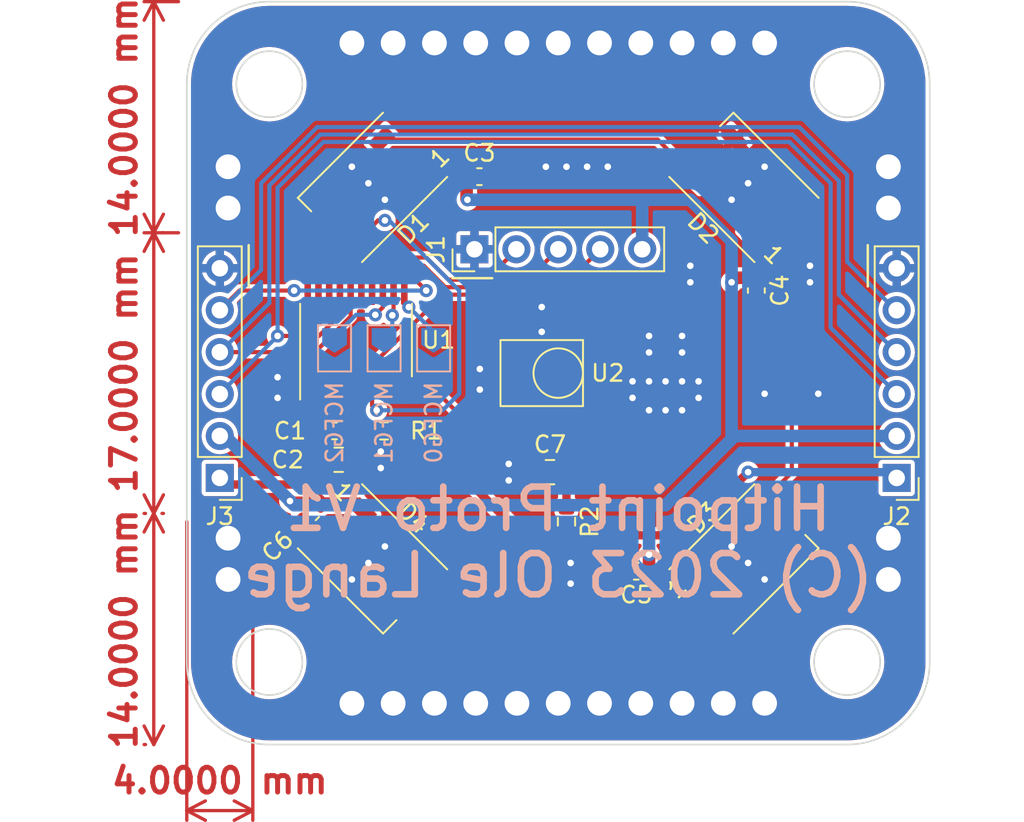
<source format=kicad_pcb>
(kicad_pcb (version 20211014) (generator pcbnew)
  (title_block (title "Skirmish Hitpoint") (date "2023-01-28") (rev "Proto V1") (comment 1 "(C) 2023 - Ole Lange"))
  (layers (0 "F.Cu" signal) (31 "B.Cu" signal) (34 "B.Paste" user) (35 "F.Paste" user) (36 "B.SilkS" user "B.Silkscreen") (37 "F.SilkS" user "F.Silkscreen") (38 "B.Mask" user) (39 "F.Mask" user) (44 "Edge.Cuts" user))
  (net 0 "")
  (net 1 "+3V3")
  (net 2 "GND")
  (net 3 "+5V")
  (net 4 "Net-(D1-Pad2)")
  (net 5 "LED_DIN")
  (net 6 "Net-(D2-Pad2)")
  (net 7 "Net-(D3-Pad2)")
  (net 9 "SWCLK")
  (net 10 "SWDIO")
  (net 11 "NRST")
  (net 12 "I2C_SDA")
  (net 13 "I2C_SCL")
  (net 14 "MCFG0")
  (net 15 "MCFG1")
  (net 16 "MCFG2")
  (net 22 "IR_DATA")
  (net 25 "I2C_IRQ")
  (net 26 "Net-(C7-Pad2)")
  (footprint "Resistor_SMD:R_0603_1608Metric" (layer "F.Cu") (at 126.95 91 180)
    (fp_text reference "R1" (at -2.55 0) (layer "F.SilkS"))
    (fp_text value "10kΩ")
    (fp_line (start -0.237258 -0.5225) (end 0.237258 -0.5225) (layer "F.SilkS") (width 0.12))
    (fp_line (start -0.237258 0.5225) (end 0.237258 0.5225) (layer "F.SilkS") (width 0.12))
    (pad "1" smd roundrect (at -0.825 0 180) (size 0.8 0.95) (layers "F.Cu" "F.Paste" "F.Mask") (net 1 "+3V3"))
    (pad "2" smd roundrect (at 0.825 0 180) (size 0.8 0.95) (layers "F.Cu" "F.Paste" "F.Mask") (net 11 "NRST"))
  )
  (footprint "Resistor_SMD:R_0603_1608Metric" (layer "F.Cu") (at 138 96.5 -90)
    (fp_text reference "R2" (at 0 -1.4125 90) (layer "F.SilkS"))
    (fp_text value "100Ω")
    (fp_line (start -0.237258 0.5225) (end 0.237258 0.5225) (layer "F.SilkS") (width 0.12))
    (fp_line (start -0.237258 -0.5225) (end 0.237258 -0.5225) (layer "F.SilkS") (width 0.12))
    (pad "1" smd roundrect (at -0.825 0 270) (size 0.8 0.95) (layers "F.Cu" "F.Paste" "F.Mask") (net 26 "Net-(C7-Pad2)"))
    (pad "2" smd roundrect (at 0.825 0 270) (size 0.8 0.95) (layers "F.Cu" "F.Paste" "F.Mask") (net 1 "+3V3"))
  )
  (footprint "Capacitor_SMD:C_0603_1608Metric" (layer "F.Cu") (at 132.725 75.6)
    (fp_text reference "C3" (at 0 -1.43) (layer "F.SilkS"))
    (fp_text value "100nF")
    (fp_line (start -0.14058 0.51) (end 0.14058 0.51) (layer "F.SilkS") (width 0.12))
    (fp_line (start -0.14058 -0.51) (end 0.14058 -0.51) (layer "F.SilkS") (width 0.12))
    (pad "1" smd roundrect (at -0.775 0) (size 0.9 0.95) (layers "F.Cu" "F.Paste" "F.Mask") (net 3 "+5V"))
    (pad "2" smd roundrect (at 0.775 0) (size 0.9 0.95) (layers "F.Cu" "F.Paste" "F.Mask") (net 2 "GND"))
  )
  (footprint "Connector_PinHeader_2.54mm:PinHeader_1x06_P2.54mm_Vertical" (layer "F.Cu") (at 117 93.85 180)
    (fp_text reference "J3" (at 0 -2.33) (layer "F.SilkS"))
    (fp_text value "Conn_01x06_Female")
    (fp_line (start 1.33 1.27) (end 1.33 14.03) (layer "F.SilkS") (width 0.12))
    (fp_line (start -1.33 14.03) (end 1.33 14.03) (layer "F.SilkS") (width 0.12))
    (fp_line (start -1.33 -1.33) (end 0 -1.33) (layer "F.SilkS") (width 0.12))
    (fp_line (start -1.33 1.27) (end -1.33 14.03) (layer "F.SilkS") (width 0.12))
    (fp_line (start -1.33 0) (end -1.33 -1.33) (layer "F.SilkS") (width 0.12))
    (fp_line (start -1.33 1.27) (end 1.33 1.27) (layer "F.SilkS") (width 0.12))
    (pad "1" thru_hole rect (at 0 0 180) (size 1.7 1.7) (drill 1) (layers *.Cu *.Mask) (net 1 "+3V3"))
    (pad "2" thru_hole oval (at 0 2.54 180) (size 1.7 1.7) (drill 1) (layers *.Cu *.Mask) (net 3 "+5V"))
    (pad "3" thru_hole oval (at 0 5.08 180) (size 1.7 1.7) (drill 1) (layers *.Cu *.Mask) (net 12 "I2C_SDA"))
    (pad "4" thru_hole oval (at 0 7.62 180) (size 1.7 1.7) (drill 1) (layers *.Cu *.Mask) (net 13 "I2C_SCL"))
    (pad "5" thru_hole oval (at 0 10.16 180) (size 1.7 1.7) (drill 1) (layers *.Cu *.Mask) (net 25 "I2C_IRQ"))
    (pad "6" thru_hole oval (at 0 12.7 180) (size 1.7 1.7) (drill 1) (layers *.Cu *.Mask) (net 2 "GND"))
  )
  (footprint "Capacitor_SMD:C_0603_1608Metric" (layer "F.Cu") (at 142.225 99.5 180)
    (fp_text reference "C5" (at 0 -1.43) (layer "F.SilkS"))
    (fp_text value "100nF")
    (fp_line (start -0.14058 -0.51) (end 0.14058 -0.51) (layer "F.SilkS") (width 0.12))
    (fp_line (start -0.14058 0.51) (end 0.14058 0.51) (layer "F.SilkS") (width 0.12))
    (pad "1" smd roundrect (at -0.775 0 180) (size 0.9 0.95) (layers "F.Cu" "F.Paste" "F.Mask") (net 3 "+5V"))
    (pad "2" smd roundrect (at 0.775 0 180) (size 0.9 0.95) (layers "F.Cu" "F.Paste" "F.Mask") (net 2 "GND"))
  )
  (footprint "Capacitor_SMD:C_0603_1608Metric" (layer "F.Cu") (at 122.548008 95.951992 -135)
    (fp_text reference "C6" (at 2.896321 0 45) (layer "F.SilkS"))
    (fp_text value "100nF")
    (fp_line (start -0.14058 0.51) (end 0.14058 0.51) (layer "F.SilkS") (width 0.12))
    (fp_line (start -0.14058 -0.51) (end 0.14058 -0.51) (layer "F.SilkS") (width 0.12))
    (pad "1" smd roundrect (at -0.775 0 225) (size 0.9 0.95) (layers "F.Cu" "F.Paste" "F.Mask") (net 3 "+5V"))
    (pad "2" smd roundrect (at 0.775 0 225) (size 0.9 0.95) (layers "F.Cu" "F.Paste" "F.Mask") (net 2 "GND"))
  )
  (footprint "LED_SMD:LED_WS2812B_PLCC4_5.0x5.0mm_P3.2mm" (layer "F.Cu") (at 148.75 76.25 135)
    (fp_text reference "D2" (at 0 -3.5 135) (layer "F.SilkS"))
    (fp_text value "WS2812B")
    (fp_text user "1" (at -4.15 -1.6 135) (layer "F.SilkS"))
    (fp_line (start -3.65 2.75) (end 3.65 2.75) (layer "F.SilkS") (width 0.12))
    (fp_line (start -3.65 -2.75) (end 3.65 -2.75) (layer "F.SilkS") (width 0.12))
    (fp_line (start 3.65 2.75) (end 3.65 1.6) (layer "F.SilkS") (width 0.12))
    (pad "1" smd rect (at -2.45 -1.65 135) (size 1.5 0.9) (layers "F.Cu" "F.Paste" "F.Mask") (net 3 "+5V"))
    (pad "2" smd rect (at -2.45 1.65 135) (size 1.5 0.9) (layers "F.Cu" "F.Paste" "F.Mask") (net 6 "Net-(D2-Pad2)"))
    (pad "3" smd rect (at 2.45 1.65 135) (size 1.5 0.9) (layers "F.Cu" "F.Paste" "F.Mask") (net 2 "GND"))
    (pad "4" smd rect (at 2.45 -1.65 135) (size 1.5 0.9) (layers "F.Cu" "F.Paste" "F.Mask") (net 4 "Net-(D1-Pad2)"))
  )
  (footprint "Capacitor_SMD:C_0603_1608Metric" (layer "F.Cu") (at 149.5 82.5 -90)
    (fp_text reference "C4" (at 0 -1.43 90) (layer "F.SilkS"))
    (fp_text value "100nF")
    (fp_line (start -0.14058 -0.51) (end 0.14058 -0.51) (layer "F.SilkS") (width 0.12))
    (fp_line (start -0.14058 0.51) (end 0.14058 0.51) (layer "F.SilkS") (width 0.12))
    (pad "1" smd roundrect (at -0.775 0 270) (size 0.9 0.95) (layers "F.Cu" "F.Paste" "F.Mask") (net 3 "+5V"))
    (pad "2" smd roundrect (at 0.775 0 270) (size 0.9 0.95) (layers "F.Cu" "F.Paste" "F.Mask") (net 2 "GND"))
  )
  (footprint "Capacitor_SMD:C_0805_2012Metric" (layer "F.Cu") (at 124.2 92.75)
    (fp_text reference "C2" (at -3.086396 0) (layer "F.SilkS"))
    (fp_text value "10uF")
    (fp_line (start -0.261252 -0.735) (end 0.261252 -0.735) (layer "F.SilkS") (width 0.12))
    (fp_line (start -0.261252 0.735) (end 0.261252 0.735) (layer "F.SilkS") (width 0.12))
    (pad "1" smd roundrect (at -0.95 0) (size 1 1.45) (layers "F.Cu" "F.Paste" "F.Mask") (net 1 "+3V3"))
    (pad "2" smd roundrect (at 0.95 0) (size 1 1.45) (layers "F.Cu" "F.Paste" "F.Mask") (net 2 "GND"))
  )
  (footprint "Capacitor_SMD:C_0603_1608Metric" (layer "F.Cu") (at 123.95 91)
    (fp_text reference "C1" (at -2.7 0) (layer "F.SilkS"))
    (fp_text value "100nF")
    (fp_line (start -0.14058 0.51) (end 0.14058 0.51) (layer "F.SilkS") (width 0.12))
    (fp_line (start -0.14058 -0.51) (end 0.14058 -0.51) (layer "F.SilkS") (width 0.12))
    (pad "1" smd roundrect (at -0.775 0) (size 0.9 0.95) (layers "F.Cu" "F.Paste" "F.Mask") (net 1 "+3V3"))
    (pad "2" smd roundrect (at 0.775 0) (size 0.9 0.95) (layers "F.Cu" "F.Paste" "F.Mask") (net 2 "GND"))
  )
  (footprint "Package_SO:TSSOP-20_4.4x6.5mm_P0.65mm" (layer "F.Cu") (at 125.25 85.5 90)
    (fp_text reference "U1" (at 0 5) (layer "F.SilkS"))
    (fp_text value "STM32G030Fx")
    (fp_line (start 0 3.385) (end 2.2 3.385) (layer "F.SilkS") (width 0.12))
    (fp_line (start 0 -3.385) (end 2.2 -3.385) (layer "F.SilkS") (width 0.12))
    (fp_line (start 0 -3.385) (end -3.6 -3.385) (layer "F.SilkS") (width 0.12))
    (fp_line (start 0 3.385) (end -2.2 3.385) (layer "F.SilkS") (width 0.12))
    (pad "1" smd roundrect (at -2.8625 -2.925 90) (size 1.475 0.4) (layers "F.Cu" "F.Paste" "F.Mask"))
    (pad "2" smd roundrect (at -2.8625 -2.275 90) (size 1.475 0.4) (layers "F.Cu" "F.Paste" "F.Mask"))
    (pad "3" smd roundrect (at -2.8625 -1.625 90) (size 1.475 0.4) (layers "F.Cu" "F.Paste" "F.Mask"))
    (pad "4" smd roundrect (at -2.8625 -0.975 90) (size 1.475 0.4) (layers "F.Cu" "F.Paste" "F.Mask") (net 1 "+3V3"))
    (pad "5" smd roundrect (at -2.8625 -0.325 90) (size 1.475 0.4) (layers "F.Cu" "F.Paste" "F.Mask") (net 2 "GND"))
    (pad "6" smd roundrect (at -2.8625 0.325 90) (size 1.475 0.4) (layers "F.Cu" "F.Paste" "F.Mask") (net 11 "NRST"))
    (pad "7" smd roundrect (at -2.8625 0.975 90) (size 1.475 0.4) (layers "F.Cu" "F.Paste" "F.Mask") (net 5 "LED_DIN"))
    (pad "8" smd roundrect (at -2.8625 1.625 90) (size 1.475 0.4) (layers "F.Cu" "F.Paste" "F.Mask"))
    (pad "9" smd roundrect (at -2.8625 2.275 90) (size 1.475 0.4) (layers "F.Cu" "F.Paste" "F.Mask"))
    (pad "10" smd roundrect (at -2.8625 2.925 90) (size 1.475 0.4) (layers "F.Cu" "F.Paste" "F.Mask") (net 22 "IR_DATA"))
    (pad "11" smd roundrect (at 2.8625 2.925 90) (size 1.475 0.4) (layers "F.Cu" "F.Paste" "F.Mask") (net 14 "MCFG0"))
    (pad "12" smd roundrect (at 2.8625 2.275 90) (size 1.475 0.4) (layers "F.Cu" "F.Paste" "F.Mask") (net 15 "MCFG1"))
    (pad "13" smd roundrect (at 2.8625 1.625 90) (size 1.475 0.4) (layers "F.Cu" "F.Paste" "F.Mask") (net 16 "MCFG2"))
    (pad "14" smd roundrect (at 2.8625 0.975 90) (size 1.475 0.4) (layers "F.Cu" "F.Paste" "F.Mask") (net 25 "I2C_IRQ"))
    (pad "15" smd roundrect (at 2.8625 0.325 90) (size 1.475 0.4) (layers "F.Cu" "F.Paste" "F.Mask"))
    (pad "16" smd roundrect (at 2.8625 -0.325 90) (size 1.475 0.4) (layers "F.Cu" "F.Paste" "F.Mask") (net 13 "I2C_SCL"))
    (pad "17" smd roundrect (at 2.8625 -0.975 90) (size 1.475 0.4) (layers "F.Cu" "F.Paste" "F.Mask") (net 12 "I2C_SDA"))
    (pad "18" smd roundrect (at 2.8625 -1.625 90) (size 1.475 0.4) (layers "F.Cu" "F.Paste" "F.Mask") (net 10 "SWDIO"))
    (pad "19" smd roundrect (at 2.8625 -2.275 90) (size 1.475 0.4) (layers "F.Cu" "F.Paste" "F.Mask") (net 9 "SWCLK"))
    (pad "20" smd roundrect (at 2.8625 -2.925 90) (size 1.475 0.4) (layers "F.Cu" "F.Paste" "F.Mask"))
  )
  (footprint "LED_SMD:LED_WS2812B_PLCC4_5.0x5.0mm_P3.2mm" (layer "F.Cu") (at 148.75 98.75 45)
    (fp_text reference "D3" (at 0 -3.5 45) (layer "F.SilkS"))
    (fp_text value "WS2812B")
    (fp_text user "1" (at -4.15 -1.6 45) (layer "F.SilkS"))
    (fp_line (start -3.65 -2.75) (end 3.65 -2.75) (layer "F.SilkS") (width 0.12))
    (fp_line (start -3.65 2.75) (end 3.65 2.75) (layer "F.SilkS") (width 0.12))
    (fp_line (start 3.65 2.75) (end 3.65 1.6) (layer "F.SilkS") (width 0.12))
    (pad "1" smd rect (at -2.45 -1.65 45) (size 1.5 0.9) (layers "F.Cu" "F.Paste" "F.Mask") (net 3 "+5V"))
    (pad "2" smd rect (at -2.45 1.65 45) (size 1.5 0.9) (layers "F.Cu" "F.Paste" "F.Mask") (net 7 "Net-(D3-Pad2)"))
    (pad "3" smd rect (at 2.45 1.65 45) (size 1.5 0.9) (layers "F.Cu" "F.Paste" "F.Mask") (net 2 "GND"))
    (pad "4" smd rect (at 2.45 -1.65 45) (size 1.5 0.9) (layers "F.Cu" "F.Paste" "F.Mask") (net 6 "Net-(D2-Pad2)"))
  )
  (footprint "olelib:IRM-H6XXT" (layer "F.Cu") (at 136.5 87.5)
    (fp_text reference "U2" (at 4 0 unlocked) (layer "F.SilkS"))
    (fp_text value "IRM-H6XXT")
    (fp_rect (start 2.5 -2) (end -2.5 2) (layer "F.SilkS") (width 0.12) (fill none))
    (fp_circle (center 1 0) (end 2.5 0) (layer "F.SilkS") (width 0.12) (fill none))
    (pad "1" smd roundrect (at 1.27 -3 90) (size 2.25 0.75) (layers "F.Cu" "F.Paste" "F.Mask") (net 2 "GND"))
    (pad "2" smd roundrect (at -1.27 -3 90) (size 2.25 0.75) (layers "F.Cu" "F.Paste" "F.Mask") (net 2 "GND"))
    (pad "3" smd roundrect (at -1.27 3 90) (size 2.25 0.75) (layers "F.Cu" "F.Paste" "F.Mask") (net 22 "IR_DATA"))
    (pad "4" smd roundrect (at 1.27 3 90) (size 2.25 0.75) (layers "F.Cu" "F.Paste" "F.Mask") (net 26 "Net-(C7-Pad2)"))
  )
  (footprint "Connector_PinHeader_2.54mm:PinHeader_1x05_P2.54mm_Vertical" (layer "F.Cu") (at 132.425 80 90)
    (fp_text reference "J1" (at 0 -2.33 90) (layer "F.SilkS"))
    (fp_text value "Conn_01x05_Male")
    (fp_line (start -1.33 1.27) (end -1.33 11.49) (layer "F.SilkS") (width 0.12))
    (fp_line (start 1.33 1.27) (end 1.33 11.49) (layer "F.SilkS") (width 0.12))
    (fp_line (start -1.33 -1.33) (end 0 -1.33) (layer "F.SilkS") (width 0.12))
    (fp_line (start -1.33 0) (end -1.33 -1.33) (layer "F.SilkS") (width 0.12))
    (fp_line (start -1.33 11.49) (end 1.33 11.49) (layer "F.SilkS") (width 0.12))
    (fp_line (start -1.33 1.27) (end 1.33 1.27) (layer "F.SilkS") (width 0.12))
    (pad "1" thru_hole rect (at 0 0 90) (size 1.7 1.7) (drill 1) (layers *.Cu *.Mask) (net 2 "GND"))
    (pad "2" thru_hole oval (at 0 2.54 90) (size 1.7 1.7) (drill 1) (layers *.Cu *.Mask) (net 9 "SWCLK"))
    (pad "3" thru_hole oval (at 0 5.08 90) (size 1.7 1.7) (drill 1) (layers *.Cu *.Mask) (net 10 "SWDIO"))
    (pad "4" thru_hole oval (at 0 7.62 90) (size 1.7 1.7) (drill 1) (layers *.Cu *.Mask) (net 11 "NRST"))
    (pad "5" thru_hole oval (at 0 10.16 90) (size 1.7 1.7) (drill 1) (layers *.Cu *.Mask) (net 3 "+5V"))
  )
  (footprint "Capacitor_SMD:C_0805_2012Metric" (layer "F.Cu") (at 137 93.5)
    (fp_text reference "C7" (at 0 -1.68) (layer "F.SilkS"))
    (fp_text value "10uF")
    (fp_line (start -0.261252 -0.735) (end 0.261252 -0.735) (layer "F.SilkS") (width 0.12))
    (fp_line (start -0.261252 0.735) (end 0.261252 0.735) (layer "F.SilkS") (width 0.12))
    (pad "1" smd roundrect (at -0.95 0) (size 1 1.45) (layers "F.Cu" "F.Paste" "F.Mask") (net 2 "GND"))
    (pad "2" smd roundrect (at 0.95 0) (size 1 1.45) (layers "F.Cu" "F.Paste" "F.Mask") (net 26 "Net-(C7-Pad2)"))
  )
  (footprint "LED_SMD:LED_WS2812B_PLCC4_5.0x5.0mm_P3.2mm" (layer "F.Cu") (at 126.25 76.25 -135)
    (fp_text reference "D1" (at 0 -3.5 45) (layer "F.SilkS"))
    (fp_text value "WS2812B")
    (fp_text user "1" (at -4.15 -1.6 45) (layer "F.SilkS"))
    (fp_line (start -3.65 -2.75) (end 3.65 -2.75) (layer "F.SilkS") (width 0.12))
    (fp_line (start 3.65 2.75) (end 3.65 1.6) (layer "F.SilkS") (width 0.12))
    (fp_line (start -3.65 2.75) (end 3.65 2.75) (layer "F.SilkS") (width 0.12))
    (pad "1" smd rect (at -2.45 -1.65 225) (size 1.5 0.9) (layers "F.Cu" "F.Paste" "F.Mask") (net 3 "+5V"))
    (pad "2" smd rect (at -2.45 1.65 225) (size 1.5 0.9) (layers "F.Cu" "F.Paste" "F.Mask") (net 4 "Net-(D1-Pad2)"))
    (pad "3" smd rect (at 2.45 1.65 225) (size 1.5 0.9) (layers "F.Cu" "F.Paste" "F.Mask") (net 2 "GND"))
    (pad "4" smd rect (at 2.45 -1.65 225) (size 1.5 0.9) (layers "F.Cu" "F.Paste" "F.Mask") (net 5 "LED_DIN"))
  )
  (footprint "Connector_PinHeader_2.54mm:PinHeader_1x06_P2.54mm_Vertical" (layer "F.Cu") (at 158 93.85 180)
    (fp_text reference "J2" (at 0 -2.33 180) (layer "F.SilkS"))
    (fp_text value "Conn_01x06_Female")
    (fp_line (start 1.33 1.27) (end 1.33 14.03) (layer "F.SilkS") (width 0.12))
    (fp_line (start -1.33 0) (end -1.33 -1.33) (layer "F.SilkS") (width 0.12))
    (fp_line (start -1.33 14.03) (end 1.33 14.03) (layer "F.SilkS") (width 0.12))
    (fp_line (start -1.33 1.27) (end 1.33 1.27) (layer "F.SilkS") (width 0.12))
    (fp_line (start -1.33 -1.33) (end 0 -1.33) (layer "F.SilkS") (width 0.12))
    (fp_line (start -1.33 1.27) (end -1.33 14.03) (layer "F.SilkS") (width 0.12))
    (pad "1" thru_hole rect (at 0 0 180) (size 1.7 1.7) (drill 1) (layers *.Cu *.Mask) (net 1 "+3V3"))
    (pad "2" thru_hole oval (at 0 2.54 180) (size 1.7 1.7) (drill 1) (layers *.Cu *.Mask) (net 3 "+5V"))
    (pad "3" thru_hole oval (at 0 5.08 180) (size 1.7 1.7) (drill 1) (layers *.Cu *.Mask) (net 12 "I2C_SDA"))
    (pad "4" thru_hole oval (at 0 7.62 180) (size 1.7 1.7) (drill 1) (layers *.Cu *.Mask) (net 13 "I2C_SCL"))
    (pad "5" thru_hole oval (at 0 10.16 180) (size 1.7 1.7) (drill 1) (layers *.Cu *.Mask) (net 25 "I2C_IRQ"))
    (pad "6" thru_hole oval (at 0 12.7 180) (size 1.7 1.7) (drill 1) (layers *.Cu *.Mask) (net 2 "GND"))
  )
  (footprint "LED_SMD:LED_WS2812B_PLCC4_5.0x5.0mm_P3.2mm" (layer "F.Cu") (at 126.25 98.75 -45)
    (fp_text reference "D4" (at 0 -3.5 135) (layer "F.SilkS"))
    (fp_text value "WS2812B")
    (fp_text user "1" (at -4.15 -1.6 135) (layer "F.SilkS"))
    (fp_line (start -3.65 2.75) (end 3.65 2.75) (layer "F.SilkS") (width 0.12))
    (fp_line (start 3.65 2.75) (end 3.65 1.6) (layer "F.SilkS") (width 0.12))
    (fp_line (start -3.65 -2.75) (end 3.65 -2.75) (layer "F.SilkS") (width 0.12))
    (pad "1" smd rect (at -2.45 -1.65 315) (size 1.5 0.9) (layers "F.Cu" "F.Paste" "F.Mask") (net 3 "+5V"))
    (pad "2" smd rect (at -2.45 1.65 315) (size 1.5 0.9) (layers "F.Cu" "F.Paste" "F.Mask"))
    (pad "3" smd rect (at 2.45 1.65 315) (size 1.5 0.9) (layers "F.Cu" "F.Paste" "F.Mask") (net 2 "GND"))
    (pad "4" smd rect (at 2.45 -1.65 315) (size 1.5 0.9) (layers "F.Cu" "F.Paste" "F.Mask") (net 7 "Net-(D3-Pad2)"))
  )
  (footprint "Jumper:SolderJumper-2_P1.3mm_Open_TrianglePad1.0x1.5mm" (layer "B.Cu") (at 126.95 86 -90)
    (fp_text reference "MCFG1" (at 4.5 0 90) (layer "B.SilkS") (effects (justify mirror)))
    (fp_text value "SolderJumper_2_Open")
    (fp_line (start -1.4 1) (end 1.4 1) (layer "B.SilkS") (width 0.12))
    (fp_line (start 1.4 1) (end 1.4 -1) (layer "B.SilkS") (width 0.12))
    (fp_line (start 1.4 -1) (end -1.4 -1) (layer "B.SilkS") (width 0.12))
    (fp_line (start -1.4 -1) (end -1.4 1) (layer "B.SilkS") (width 0.12))
    (pad "1" smd custom (at -0.725 0 270) (size 0.3 0.3) (layers "B.Cu" "B.Mask") (net 15 "MCFG1") (options (clearance outline) (anchor rect)) (primitives (gr_poly (pts (xy 1 0) (xy 0.5 -0.75) (xy -0.5 -0.75) (xy -0.5 0.75) (xy 0.5 0.75)) (width 0) (fill yes))))
    (pad "2" smd custom (at 0.725 0 270) (size 0.3 0.3) (layers "B.Cu" "B.Mask") (net 2 "GND") (options (clearance outline) (anchor rect)) (primitives (gr_poly (pts (xy 0.5 -0.75) (xy -0.65 -0.75) (xy -0.15 0) (xy -0.65 0.75) (xy 0.5 0.75)) (width 0) (fill yes))))
  )
  (footprint "Jumper:SolderJumper-2_P1.3mm_Open_TrianglePad1.0x1.5mm" (layer "B.Cu") (at 123.95 86 -90)
    (fp_text reference "MCFG2" (at 4.5 0 90) (layer "B.SilkS") (effects (justify mirror)))
    (fp_text value "SolderJumper_2_Open")
    (fp_line (start -1.4 1) (end 1.4 1) (layer "B.SilkS") (width 0.12))
    (fp_line (start 1.4 -1) (end -1.4 -1) (layer "B.SilkS") (width 0.12))
    (fp_line (start -1.4 -1) (end -1.4 1) (layer "B.SilkS") (width 0.12))
    (fp_line (start 1.4 1) (end 1.4 -1) (layer "B.SilkS") (width 0.12))
    (pad "1" smd custom (at -0.725 0 270) (size 0.3 0.3) (layers "B.Cu" "B.Mask") (net 16 "MCFG2") (options (clearance outline) (anchor rect)) (primitives (gr_poly (pts (xy 1 0) (xy 0.5 -0.75) (xy -0.5 -0.75) (xy -0.5 0.75) (xy 0.5 0.75)) (width 0) (fill yes))))
    (pad "2" smd custom (at 0.725 0 270) (size 0.3 0.3) (layers "B.Cu" "B.Mask") (net 2 "GND") (options (clearance outline) (anchor rect)) (primitives (gr_poly (pts (xy 0.5 -0.75) (xy -0.65 -0.75) (xy -0.15 0) (xy -0.65 0.75) (xy 0.5 0.75)) (width 0) (fill yes))))
  )
  (footprint "Jumper:SolderJumper-2_P1.3mm_Open_TrianglePad1.0x1.5mm" (layer "B.Cu") (at 129.949999 86 -90)
    (fp_text reference "MCFG0" (at 4.5 0 90) (layer "B.SilkS") (effects (justify mirror)))
    (fp_text value "SolderJumper_2_Open")
    (fp_line (start 1.4 1) (end 1.4 -1) (layer "B.SilkS") (width 0.12))
    (fp_line (start -1.4 1) (end 1.4 1) (layer "B.SilkS") (width 0.12))
    (fp_line (start 1.4 -1) (end -1.4 -1) (layer "B.SilkS") (width 0.12))
    (fp_line (start -1.4 -1) (end -1.4 1) (layer "B.SilkS") (width 0.12))
    (pad "1" smd custom (at -0.725 0 270) (size 0.3 0.3) (layers "B.Cu" "B.Mask") (net 14 "MCFG0") (options (clearance outline) (anchor rect)) (primitives (gr_poly (pts (xy 1 0) (xy 0.5 -0.75) (xy -0.5 -0.75) (xy -0.5 0.75) (xy 0.5 0.75)) (width 0) (fill yes))))
    (pad "2" smd custom (at 0.725 0 270) (size 0.3 0.3) (layers "B.Cu" "B.Mask") (net 2 "GND") (options (clearance outline) (anchor rect)) (primitives (gr_poly (pts (xy 0.5 -0.75) (xy -0.65 -0.75) (xy -0.15 0) (xy -0.65 0.75) (xy 0.5 0.75)) (width 0) (fill yes))))
  )
  (gr_line (start 131.095 81.75) (end 133.5 81.75) (layer "F.SilkS") (width 0.15))
  (gr_line (start 156.25 79.75) (end 156.25 82.25) (layer "F.SilkS") (width 0.15))
  (gr_line (start 118.75 79.75) (end 118.75 82.25) (layer "F.SilkS") (width 0.15))
  (gr_circle (center 155 105) (end 157 105) (layer "Edge.Cuts") (width 0.1) (fill none))
  (gr_circle (center 155 70) (end 157 70) (layer "Edge.Cuts") (width 0.1) (fill none))
  (gr_line (start 155 110) (end 120 110) (layer "Edge.Cuts") (width 0.1))
  (gr_circle (center 120 105) (end 122 105) (layer "Edge.Cuts") (width 0.1) (fill none))
  (gr_circle (center 120 70) (end 122 70) (layer "Edge.Cuts") (width 0.1) (fill none))
  (gr_line (start 160 70) (end 160 105) (layer "Edge.Cuts") (width 0.1))
  (gr_line (start 120 65) (end 155 65) (layer "Edge.Cuts") (width 0.1))
  (gr_arc (start 155 65) (mid 158.535534 66.464466) (end 160 70) (layer "Edge.Cuts") (width 0.1))
  (gr_arc (start 115 70) (mid 116.464466 66.464466) (end 120 65) (layer "Edge.Cuts") (width 0.1))
  (gr_line (start 115 70) (end 115 105) (layer "Edge.Cuts") (width 0.1))
  (gr_arc (start 160 105) (mid 158.535534 108.535534) (end 155 110) (layer "Edge.Cuts") (width 0.1))
  (gr_arc (start 120 110) (mid 116.464466 108.535534) (end 115 105) (layer "Edge.Cuts") (width 0.1))
  (gr_text "Hitpoint Proto V1\n(C) 2023 Ole Lange" (at 137.5 97.75) (layer "B.SilkS") (effects (font (size 2.5 2.5) (thickness 0.4)) (justify mirror)))
  (dimension (type aligned) (layer "F.Cu") (pts (xy 115 96) (xy 119 96)) (height 18) (gr_text "4.0000 mm" (at 117 112.2) (layer "F.Cu") (effects (font (size 1.5 1.5) (thickness 0.3)))) (format (units 3) (units_format 1) (precision 4)) (style (thickness 0.2) (arrow_length 1.27) (text_position_mode 0) (extension_height 0.58642) (extension_offset 0.5) keep_text_aligned))
  (dimension (type aligned) (layer "F.Cu") (pts (xy 113 110) (xy 113 96)) (height 0) (gr_text "14.0000 mm" (at 111.2 103 90) (layer "F.Cu") (effects (font (size 1.5 1.5) (thickness 0.3)))) (format (units 3) (units_format 1) (precision 4)) (style (thickness 0.2) (arrow_length 1.27) (text_position_mode 0) (extension_height 0.58642) (extension_offset 0.5) keep_text_aligned))
  (dimension (type aligned) (layer "F.Cu") (pts (xy 113 79) (xy 113 96)) (height 0) (gr_text "17.0000 mm" (at 111.2 87.5 90) (layer "F.Cu") (effects (font (size 1.5 1.5) (thickness 0.3)))) (format (units 3) (units_format 1) (precision 4)) (style (thickness 0.2) (arrow_length 1.27) (text_position_mode 0) (extension_height 0.58642) (extension_offset 0.5) keep_text_aligned))
  (dimension (type aligned) (layer "F.Cu") (pts (xy 115 65) (xy 115 79)) (height 2) (gr_text "14.0000 mm" (at 111.2 72 90) (layer "F.Cu") (effects (font (size 1.5 1.5) (thickness 0.3)))) (format (units 3) (units_format 1) (precision 4)) (style (thickness 0.2) (arrow_length 1.27) (text_position_mode 0) (extension_height 0.58642) (extension_offset 0.5) keep_text_aligned))
  (segment (start 123.25 91.075) (end 123.175 91) (width 0.508) (layer "F.Cu") (net 1))
  (segment (start 128 94.25) (end 132.25 94.25) (width 0.508) (layer "F.Cu") (net 1))
  (segment (start 145.175 97.325) (end 138 97.325) (width 0.508) (layer "F.Cu") (net 1))
  (segment (start 123.25 94.25) (end 128 94.25) (width 0.508) (layer "F.Cu") (net 1))
  (segment (start 124.275 89.9) (end 123.175 91) (width 0.254) (layer "F.Cu") (net 1))
  (segment (start 117.4 94.25) (end 123.25 94.25) (width 0.508) (layer "F.Cu") (net 1))
  (segment (start 135.325 97.325) (end 138 97.325) (width 0.508) (layer "F.Cu") (net 1))
  (segment (start 123.25 92.75) (end 123.25 91.075) (width 0.508) (layer "F.Cu") (net 1))
  (segment (start 128 91.225) (end 127.775 91) (width 0.508) (layer "F.Cu") (net 1))
  (segment (start 124.275 88.3625) (end 124.275 89.9) (width 0.254) (layer "F.Cu") (net 1))
  (segment (start 132.25 94.25) (end 135.325 97.325) (width 0.508) (layer "F.Cu") (net 1))
  (segment (start 117 93.85) (end 117.4 94.25) (width 0.508) (layer "F.Cu") (net 1))
  (segment (start 149 93.5) (end 145.175 97.325) (width 0.508) (layer "F.Cu") (net 1))
  (segment (start 123.25 94.25) (end 123.25 92.75) (width 0.508) (layer "F.Cu") (net 1))
  (segment (start 128 94.25) (end 128 91.225) (width 0.508) (layer "F.Cu") (net 1))
  (via (at 149 93.5) (size 0.8) (drill 0.4) (layers "F.Cu" "B.Cu") (net 1))
  (segment (start 157.65 93.5) (end 158 93.85) (width 0.508) (layer "B.Cu") (net 1))
  (segment (start 149 93.5) (end 157.65 93.5) (width 0.508) (layer "B.Cu") (net 1))
  (segment (start 124.725 91.475) (end 125.15 91.9) (width 0.508) (layer "F.Cu") (net 2))
  (segment (start 125.15 91.9) (end 125.15 92.75) (width 0.508) (layer "F.Cu") (net 2))
  (segment (start 124.725 91) (end 124.725 91.475) (width 0.508) (layer "F.Cu") (net 2))
  (via (at 143 85.25) (size 0.8) (drill 0.4) (layers "F.Cu" "B.Cu") (net 2))
  (via (at 127 98) (size 0.8) (drill 0.4) (layers "F.Cu" "B.Cu") (net 2))
  (via (at 132.75 87.25) (size 0.8) (drill 0.4) (layers "F.Cu" "B.Cu") (net 2))
  (via (at 145 85.25) (size 0.8) (drill 0.4) (layers "F.Cu" "B.Cu") (net 2))
  (via (at 144 89.75) (size 0.8) (drill 0.4) (layers "F.Cu" "B.Cu") (net 2))
  (via (at 142 89) (size 0.8) (drill 0.4) (layers "F.Cu" "B.Cu") (net 2))
  (via (at 145 107.5) (size 2) (drill 1.5) (layers "F.Cu" "B.Cu") (net 2))
  (via (at 142.5 67.5) (size 2) (drill 1.5) (layers "F.Cu" "B.Cu") (net 2))
  (via (at 137.5 67.5) (size 2) (drill 1.5) (layers "F.Cu" "B.Cu") (net 2))
  (via (at 125 107.5) (size 2) (drill 1.5) (layers "F.Cu" "B.Cu") (net 2))
  (via (at 148 77) (size 0.8) (drill 0.4) (layers "F.Cu" "B.Cu") (net 2))
  (via (at 117.5 97.5) (size 2) (drill 1.5) (layers "F.Cu" "B.Cu") (net 2))
  (via (at 147.5 67.5) (size 2) (drill 1.5) (layers "F.Cu" "B.Cu") (net 2))
  (via (at 149 99) (size 0.8) (drill 0.4) (layers "F.Cu" "B.Cu") (net 2))
  (via (at 125 67.5) (size 2) (drill 1.5) (layers "F.Cu" "B.Cu") (net 2))
  (via (at 144 88) (size 0.8) (drill 0.4) (layers "F.Cu" "B.Cu") (net 2))
  (via (at 138 75) (size 0.8) (drill 0.4) (layers "F.Cu" "B.Cu") (net 2))
  (via (at 117.5 100) (size 2) (drill 1.5) (layers "F.Cu" "B.Cu") (net 2))
  (via (at 137.5 107.5) (size 2) (drill 1.5) (layers "F.Cu" "B.Cu") (net 2))
  (via (at 145 88) (size 0.8) (drill 0.4) (layers "F.Cu" "B.Cu") (net 2))
  (via (at 136.5 85) (size 0.8) (drill 0.4) (layers "F.Cu" "B.Cu") (net 2))
  (via (at 157.5 100) (size 2) (drill 1.5) (layers "F.Cu" "B.Cu") (net 2))
  (via (at 138.25 99) (size 0.8) (drill 0.4) (layers "F.Cu" "B.Cu") (net 2))
  (via (at 152.75 81) (size 0.8) (drill 0.4) (layers "F.Cu" "B.Cu") (net 2))
  (via (at 127 77) (size 0.8) (drill 0.4) (layers "F.Cu" "B.Cu") (net 2))
  (via (at 157.5 77.5) (size 2) (drill 1.5) (layers "F.Cu" "B.Cu") (net 2))
  (via (at 117.5 77.5) (size 2) (drill 1.5) (layers "F.Cu" "B.Cu") (net 2))
  (via (at 140 107.5) (size 2) (drill 1.5) (layers "F.Cu" "B.Cu") (net 2))
  (via (at 132.5 67.5) (size 2) (drill 1.5) (layers "F.Cu" "B.Cu") (net 2))
  (via (at 143 86.25) (size 0.8) (drill 0.4) (layers "F.Cu" "B.Cu") (net 2))
  (via (at 157.5 97.5) (size 2) (drill 1.5) (layers "F.Cu" "B.Cu") (net 2))
  (via (at 126.75 92.25) (size 0.8) (drill 0.4) (layers "F.Cu" "B.Cu") (net 2))
  (via (at 142.5 107.5) (size 2) (drill 1.5) (layers "F.Cu" "B.Cu") (net 2))
  (via (at 148 98) (size 0.8) (drill 0.4) (layers "F.Cu" "B.Cu") (net 2))
  (via (at 120.5 89) (size 0.8) (drill 0.4) (layers "F.Cu" "B.Cu") (net 2))
  (via (at 125 100) (size 0.8) (drill 0.4) (layers "F.Cu" "B.Cu") (net 2))
  (via (at 134.5 94) (size 0.8) (drill 0.4) (layers "F.Cu" "B.Cu") (net 2))
  (via (at 145.5 82) (size 0.8) (drill 0.4) (layers "F.Cu" "B.Cu") (net 2))
  (via (at 135 67.5) (size 2) (drill 1.5) (layers "F.Cu" "B.Cu") (net 2))
  (via (at 127.5 107.5) (size 2) (drill 1.5) (layers "F.Cu" "B.Cu") (net 2))
  (via (at 127.5 67.5) (size 2) (drill 1.5) (layers "F.Cu" "B.Cu") (net 2))
  (via (at 145.5 81) (size 0.8) (drill 0.4) (layers "F.Cu" "B.Cu") (net 2))
  (via (at 136.75 75) (size 0.8) (drill 0.4) (layers "F.Cu" "B.Cu") (net 2))
  (via (at 132.75 88.5) (size 0.8) (drill 0.4) (layers "F.Cu" "B.Cu") (net 2))
  (via (at 145 67.5) (size 2) (drill 1.5) (layers "F.Cu" "B.Cu") (net 2))
  (via (at 120.5 87.75) (size 0.8) (drill 0.4) (layers "F.Cu" "B.Cu") (net 2))
  (via (at 147.5 107.5) (size 2) (drill 1.5) (layers "F.Cu" "B.Cu") (net 2))
  (via (at 136.5 83.5) (size 0.8) (drill 0.4) (layers "F.Cu" "B.Cu") (net 2))
  (via (at 132.5 107.5) (size 2) (drill 1.5) (layers "F.Cu" "B.Cu") (net 2))
  (via (at 125 75) (size 0.8) (drill 0.4) (layers "F.Cu" "B.Cu") (net 2))
  (via (at 150 107.5) (size 2) (drill 1.5) (layers "F.Cu" "B.Cu") (net 2))
  (via (at 135 107.5) (size 2) (drill 1.5) (layers "F.Cu" "B.Cu") (net 2))
  (via (at 146 89) (size 0.8) (drill 0.4) (layers "F.Cu" "B.Cu") (net 2))
  (via (at 130 67.5) (size 2) (drill 1.5) (layers "F.Cu" "B.Cu") (net 2))
  (via (at 150 88.75) (size 0.8) (drill 0.4) (layers "F.Cu" "B.Cu") (net 2))
  (via (at 142 88) (size 0.8) (drill 0.4) (layers "F.Cu" "B.Cu") (net 2))
  (via (at 157.5 75) (size 2) (drill 1.5) (layers "F.Cu" "B.Cu") (net 2))
  (via (at 139.25 75) (size 0.8) (drill 0.4) (layers "F.Cu" "B.Cu") (net 2))
  (via (at 143 89.75) (size 0.8) (drill 0.4) (layers "F.Cu" "B.Cu") (net 2))
  (via (at 153.25 88.75) (size 0.8) (drill 0.4) (layers "F.Cu" "B.Cu") (net 2))
  (via (at 140.5 75) (size 0.8) (drill 0.4) (layers "F.Cu" "B.Cu") (net 2))
  (via (at 130 107.5) (size 2) (drill 1.5) (layers "F.Cu" "B.Cu") (net 2))
  (via (at 150 75) (size 0.8) (drill 0.4) (layers "F.Cu" "B.Cu") (net 2))
  (via (at 134.5 93) (size 0.8) (drill 0.4) (layers "F.Cu" "B.Cu") (net 2))
  (via (at 146 88) (size 0.8) (drill 0.4) (layers "F.Cu" "B.Cu") (net 2))
  (via (at 117.5 75) (size 2) (drill 1.5) (layers "F.Cu" "B.Cu") (net 2))
  (via (at 150 67.5) (size 2) (drill 1.5) (layers "F.Cu" "B.Cu") (net 2))
  (via (at 143 88) (size 0.8) (drill 0.4) (layers "F.Cu" "B.Cu") (net 2))
  (via (at 150 100) (size 0.8) (drill 0.4) (layers "F.Cu" "B.Cu") (net 2))
  (via (at 149 76) (size 0.8) (drill 0.4) (layers "F.Cu" "B.Cu") (net 2))
  (via (at 126.75 93.25) (size 0.8) (drill 0.4) (layers "F.Cu" "B.Cu") (net 2))
  (via (at 145 86.25) (size 0.8) (drill 0.4) (layers "F.Cu" "B.Cu") (net 2))
  (via (at 140 67.5) (size 2) (drill 1.5) (layers "F.Cu" "B.Cu") (net 2))
  (via (at 138.25 100.25) (size 0.8) (drill 0.4) (layers "F.Cu" "B.Cu") (net 2))
  (via (at 145 89.75) (size 0.8) (drill 0.4) (layers "F.Cu" "B.Cu") (net 2))
  (via (at 126 99) (size 0.8) (drill 0.4) (layers "F.Cu" "B.Cu") (net 2))
  (via (at 126 76) (size 0.8) (drill 0.4) (layers "F.Cu" "B.Cu") (net 2))
  (via (at 152.75 82) (size 0.8) (drill 0.4) (layers "F.Cu" "B.Cu") (net 2))
  (segment (start 143 99.5) (end 145.666547 99.5) (width 0.762) (layer "F.Cu") (net 3))
  (segment (start 123.050156 95.358124) (end 121.358124 95.358124) (width 0.762) (layer "F.Cu") (net 3))
  (segment (start 123.096016 95.403984) (end 125.237437 95.403984) (width 0.762) (layer "F.Cu") (net 3))
  (segment (start 149.5 81.725) (end 148.275 81.725) (width 0.762) (layer "F.Cu") (net 3))
  (segment (start 129.233453 75.6) (end 129.149138 75.684315) (width 0.762) (layer "F.Cu") (net 3))
  (segment (start 145.666547 99.5) (end 145.850862 99.315685) (width 0.762) (layer "F.Cu") (net 3))
  (segment (start 131.95 75.6) (end 131.95 76.95) (width 0.762) (layer "F.Cu") (net 3))
  (segment (start 148.275 81.725) (end 148 82) (width 0.762) (layer "F.Cu") (net 3))
  (segment (start 125.725 95.810177) (end 125.684315 95.850862) (width 0.762) (layer "F.Cu") (net 3))
  (segment (start 131.95 76.95) (end 132 77) (width 0.762) (layer "F.Cu") (net 3))
  (segment (start 131.95 75.6) (end 129.233453 75.6) (width 0.762) (layer "F.Cu") (net 3))
  (segment (start 143 98.5) (end 143 99.5) (width 0.762) (layer "F.Cu") (net 3))
  (segment (start 149.5 81.725) (end 149.5 79.333453) (width 0.762) (layer "F.Cu") (net 3))
  (segment (start 121.358124 95.358124) (end 121.25 95.25) (width 0.762) (layer "F.Cu") (net 3))
  (segment (start 149.5 79.333453) (end 149.315685 79.149138) (width 0.762) (layer "F.Cu") (net 3))
  (segment (start 123.096016 95.403984) (end 123.050156 95.358124) (width 0.762) (layer "F.Cu") (net 3))
  (segment (start 125.237437 95.403984) (end 125.684315 95.850862) (width 0.762) (layer "F.Cu") (net 3))
  (via (at 143 98.5) (size 0.8) (drill 0.4) (layers "F.Cu" "B.Cu") (net 3))
  (via (at 132 77) (size 0.8) (drill 0.4) (layers "F.Cu" "B.Cu") (net 3))
  (via (at 121.25 95.25) (size 0.8) (drill 0.4) (layers "F.Cu" "B.Cu") (net 3))
  (via (at 148 82) (size 0.8) (drill 0.4) (layers "F.Cu" "B.Cu") (net 3))
  (segment (start 143 95.5) (end 121.5 95.5) (width 0.762) (layer "B.Cu") (net 3))
  (segment (start 117 91.31) (end 117.31 91.31) (width 0.762) (layer "B.Cu") (net 3))
  (segment (start 117.31 91.31) (end 121.25 95.25) (width 0.762) (layer "B.Cu") (net 3))
  (segment (start 145.5 77) (end 148 79.5) (width 0.762) (layer "B.Cu") (net 3))
  (segment (start 142.5 77) (end 142.585 77.085) (width 0.762) (layer "B.Cu") (net 3))
  (segment (start 142.585 77.085) (end 142.585 80) (width 0.762) (layer "B.Cu") (net 3))
  (segment (start 148 91.5) (end 148.19 91.31) (width 0.762) (layer "B.Cu") (net 3))
  (segment (start 148.19 91.31) (end 158 91.31) (width 0.762) (layer "B.Cu") (net 3))
  (segment (start 148 91.5) (end 144 95.5) (width 0.762) (layer "B.Cu") (net 3))
  (segment (start 121.5 95.5) (end 121.25 95.25) (width 0.762) (layer "B.Cu") (net 3))
  (segment (start 144 95.5) (end 143 95.5) (width 0.762) (layer "B.Cu") (net 3))
  (segment (start 143 95.5) (end 143 98.5) (width 0.762) (layer "B.Cu") (net 3))
  (segment (start 142.5 77) (end 145.5 77) (width 0.762) (layer "B.Cu") (net 3))
  (segment (start 132 77) (end 142.5 77) (width 0.762) (layer "B.Cu") (net 3))
  (segment (start 148 91.5) (end 148 82) (width 0.762) (layer "B.Cu") (net 3))
  (segment (start 148 79.5) (end 148 82) (width 0.762) (layer "B.Cu") (net 3))
  (segment (start 143.517409 73.350862) (end 145.850862 75.684315) (width 0.254) (layer "F.Cu") (net 4))
  (segment (start 126.815685 73.350862) (end 143.517409 73.350862) (width 0.254) (layer "F.Cu") (net 4))
  (segment (start 126.225 88.3625) (end 126.225 89.475) (width 0.254) (layer "F.Cu") (net 5))
  (segment (start 126.583453 78.25) (end 125.684315 79.149138) (width 0.254) (layer "F.Cu") (net 5))
  (segment (start 127 78.25) (end 126.583453 78.25) (width 0.254) (layer "F.Cu") (net 5))
  (segment (start 126.225 89.475) (end 126.5 89.75) (width 0.254) (layer "F.Cu") (net 5))
  (via (at 127 78.25) (size 0.8) (drill 0.4) (layers "F.Cu" "B.Cu") (net 5))
  (via (at 126.5 89.75) (size 0.8) (drill 0.4) (layers "F.Cu" "B.Cu") (net 5))
  (segment (start 127.25 78.25) (end 127 78.25) (width 0.254) (layer "B.Cu") (net 5))
  (segment (start 130.25 81.25) (end 127.25 78.25) (width 0.254) (layer "B.Cu") (net 5))
  (segment (start 130.5 89.75) (end 131.5 88.75) (width 0.254) (layer "B.Cu") (net 5))
  (segment (start 131.5 88.75) (end 131.5 82.5) (width 0.254) (layer "B.Cu") (net 5))
  (segment (start 126.5 89.75) (end 130.5 89.75) (width 0.254) (layer "B.Cu") (net 5))
  (segment (start 131.5 82.5) (end 130.25 81.25) (width 0.254) (layer "B.Cu") (net 5))
  (segment (start 151.649138 93.517409) (end 149.315685 95.850862) (width 0.254) (layer "F.Cu") (net 6))
  (segment (start 151.649138 76.815685) (end 151.649138 93.517409) (width 0.254) (layer "F.Cu") (net 6))
  (segment (start 148.184315 101.649138) (end 131.482591 101.649138) (width 0.254) (layer "F.Cu") (net 7))
  (segment (start 131.482591 101.649138) (end 129.149138 99.315685) (width 0.254) (layer "F.Cu") (net 7))
  (segment (start 134.965 80.035) (end 134.965 80) (width 0.254) (layer "F.Cu") (net 9))
  (segment (start 133.158 81.842) (end 134.965 80.035) (width 0.254) (layer "F.Cu") (net 9))
  (segment (start 129.5 80.5) (end 130.842 81.842) (width 0.254) (layer "F.Cu") (net 9))
  (segment (start 124.421131 80.5) (end 129.5 80.5) (width 0.254) (layer "F.Cu") (net 9))
  (segment (start 130.842 81.842) (end 133.158 81.842) (width 0.254) (layer "F.Cu") (net 9))
  (segment (start 122.975 82.6375) (end 122.975 81.946131) (width 0.254) (layer "F.Cu") (net 9))
  (segment (start 122.975 81.946131) (end 124.421131 80.5) (width 0.254) (layer "F.Cu") (net 9))
  (segment (start 135 79.965) (end 134.965 80) (width 0.254) (layer "B.Cu") (net 9))
  (segment (start 137.5 80) (end 137.505 80) (width 0.254) (layer "F.Cu") (net 10))
  (segment (start 130.653948 82.296) (end 135.204 82.296) (width 0.254) (layer "F.Cu") (net 10))
  (segment (start 129.357948 81) (end 130.653948 82.296) (width 0.254) (layer "F.Cu") (net 10))
  (segment (start 123.625 81.946131) (end 124.571131 81) (width 0.254) (layer "F.Cu") (net 10))
  (segment (start 124.571131 81) (end 129.357948 81) (width 0.254) (layer "F.Cu") (net 10))
  (segment (start 123.625 82.6375) (end 123.625 81.946131) (width 0.254) (layer "F.Cu") (net 10))
  (segment (start 135.204 82.296) (end 137.5 80) (width 0.254) (layer "F.Cu") (net 10))
  (segment (start 137.295 82.75) (end 140.045 80) (width 0.254) (layer "F.Cu") (net 11))
  (segment (start 125.575 90.45) (end 126.125 91) (width 0.254) (layer "F.Cu") (net 11))
  (segment (start 125.575 87.671131) (end 130.496131 82.75) (width 0.254) (layer "F.Cu") (net 11))
  (segment (start 125.575 88.3625) (end 125.575 87.671131) (width 0.254) (layer "F.Cu") (net 11))
  (segment (start 125.575 88.3625) (end 125.575 90.45) (width 0.254) (layer "F.Cu") (net 11))
  (segment (start 130.496131 82.75) (end 137.295 82.75) (width 0.254) (layer "F.Cu") (net 11))
  (segment (start 123 85.25) (end 120.5 85.25) (width 0.254) (layer "F.Cu") (net 12))
  (segment (start 124.275 83.975) (end 123 85.25) (width 0.254) (layer "F.Cu") (net 12))
  (segment (start 124.275 82.6375) (end 124.275 83.975) (width 0.254) (layer "F.Cu") (net 12))
  (via (at 120.5 85.25) (size 0.8) (drill 0.4) (layers "F.Cu" "B.Cu") (net 12))
  (segment (start 123.272792 73.5) (end 151.5 73.5) (width 0.25) (layer "B.Cu") (net 12))
  (segment (start 154 76) (end 154 84.75) (width 0.25) (layer "B.Cu") (net 12))
  (segment (start 117 88.75) (end 120.5 85.25) (width 0.25) (layer "B.Cu") (net 12))
  (segment (start 158 88.75) (end 158 88.77) (width 0.25) (layer "B.Cu") (net 12))
  (segment (start 120.5 85.25) (end 120.5 76.272792) (width 0.25) (layer "B.Cu") (net 12))
  (segment (start 117 88.77) (end 117 88.75) (width 0.25) (layer "B.Cu") (net 12))
  (segment (start 120.5 76.272792) (end 123.272792 73.5) (width 0.25) (layer "B.Cu") (net 12))
  (segment (start 151.5 73.5) (end 154 76) (width 0.25) (layer "B.Cu") (net 12))
  (segment (start 154 84.75) (end 158 88.75) (width 0.25) (layer "B.Cu") (net 12))
  (segment (start 122.77 86.23) (end 117 86.23) (width 0.254) (layer "F.Cu") (net 13))
  (segment (start 124.925 84.075) (end 122.77 86.23) (width 0.254) (layer "F.Cu") (net 13))
  (segment (start 124.925 82.6375) (end 124.925 84.075) (width 0.254) (layer "F.Cu") (net 13))
  (segment (start 117 86.5) (end 117 86.23) (width 0.25) (layer "F.Cu") (net 13))
  (segment (start 117.02 86.23) (end 120 83.25) (width 0.25) (layer "B.Cu") (net 13))
  (segment (start 154.5 75.863604) (end 154.5 82.75) (width 0.25) (layer "B.Cu") (net 13))
  (segment (start 157.98 86.23) (end 158 86.23) (width 0.25) (layer "B.Cu") (net 13))
  (segment (start 117 86.23) (end 117.02 86.23) (width 0.25) (layer "B.Cu") (net 13))
  (segment (start 154.5 82.75) (end 157.98 86.23) (width 0.25) (layer "B.Cu") (net 13))
  (segment (start 120 76.136396) (end 123.086396 73.05) (width 0.25) (layer "B.Cu") (net 13))
  (segment (start 120 83.25) (end 120 76.136396) (width 0.25) (layer "B.Cu") (net 13))
  (segment (start 151.686396 73.05) (end 154.5 75.863604) (width 0.25) (layer "B.Cu") (net 13))
  (segment (start 123.086396 73.05) (end 151.686396 73.05) (width 0.25) (layer "B.Cu") (net 13))
  (segment (start 128.175 83.225) (end 128.45 83.5) (width 0.25) (layer "F.Cu") (net 14))
  (segment (start 128.175 82.6375) (end 128.175 83.225) (width 0.25) (layer "F.Cu") (net 14))
  (via (at 128.45 83.5) (size 0.8) (drill 0.4) (layers "F.Cu" "B.Cu") (net 14))
  (segment (start 129.949999 85) (end 129.95 85.275) (width 0.25) (layer "B.Cu") (net 14))
  (segment (start 128.45 83.5) (end 129.949999 85) (width 0.25) (layer "B.Cu") (net 14))
  (segment (start 127.525 83.925) (end 127.45 84) (width 0.25) (layer "F.Cu") (net 15))
  (segment (start 127.525 82.6375) (end 127.525 83.925) (width 0.25) (layer "F.Cu") (net 15))
  (via (at 127.45 84) (size 0.8) (drill 0.4) (layers "F.Cu" "B.Cu") (net 15))
  (segment (start 127.45 84.775001) (end 126.950001 85.275) (width 0.25) (layer "B.Cu") (net 15))
  (segment (start 127.45 84) (end 127.45 84.775001) (width 0.25) (layer "B.Cu") (net 15))
  (segment (start 126.419218 83.969218) (end 126.875 83.513437) (width 0.25) (layer "F.Cu") (net 16))
  (segment (start 126.875 83.513437) (end 126.875 82.6375) (width 0.25) (layer "F.Cu") (net 16))
  (via (at 126.419218 83.969218) (size 0.8) (drill 0.4) (layers "F.Cu" "B.Cu") (net 16))
  (segment (start 126.419218 83.969218) (end 125.255782 83.969218) (width 0.25) (layer "B.Cu") (net 16))
  (segment (start 125.255782 83.969218) (end 123.95 85.275) (width 0.25) (layer "B.Cu") (net 16))
  (segment (start 128.175 88.3625) (end 129.8625 88.3625) (width 0.254) (layer "F.Cu") (net 22))
  (segment (start 129.8625 88.3625) (end 132 90.5) (width 0.254) (layer "F.Cu") (net 22))
  (segment (start 132 90.5) (end 135.23 90.5) (width 0.254) (layer "F.Cu") (net 22))
  (segment (start 126.225 82.6375) (end 126.225 81.946131) (width 0.254) (layer "F.Cu") (net 25))
  (segment (start 126.225 81.946131) (end 126.671131 81.5) (width 0.254) (layer "F.Cu") (net 25))
  (segment (start 117 83.69) (end 118.19 82.5) (width 0.25) (layer "F.Cu") (net 25))
  (segment (start 126.671131 81.5) (end 127.25 81.5) (width 0.254) (layer "F.Cu") (net 25))
  (segment (start 128.5 81.5) (end 129.5 82.5) (width 0.254) (layer "F.Cu") (net 25))
  (segment (start 118.19 82.5) (end 121.5 82.5) (width 0.25) (layer "F.Cu") (net 25))
  (segment (start 127.25 81.5) (end 128.5 81.5) (width 0.254) (layer "F.Cu") (net 25))
  (via (at 129.5 82.5) (size 0.8) (drill 0.4) (layers "F.Cu" "B.Cu") (net 25))
  (via (at 121.5 82.5) (size 0.8) (drill 0.4) (layers "F.Cu" "B.Cu") (net 25))
  (segment (start 129.5 82.5) (end 121.5 82.5) (width 0.254) (layer "B.Cu") (net 25))
  (segment (start 117.06 83.69) (end 119.5 81.25) (width 0.25) (layer "B.Cu") (net 25))
  (segment (start 152.1 72.6) (end 155 75.5) (width 0.25) (layer "B.Cu") (net 25))
  (segment (start 122.9 72.6) (end 152.1 72.6) (width 0.25) (layer "B.Cu") (net 25))
  (segment (start 155 80.75) (end 157.94 83.69) (width 0.25) (layer "B.Cu") (net 25))
  (segment (start 157.94 83.69) (end 158 83.69) (width 0.25) (layer "B.Cu") (net 25))
  (segment (start 155 75.5) (end 155 80.75) (width 0.25) (layer "B.Cu") (net 25))
  (segment (start 117 83.69) (end 117.06 83.69) (width 0.25) (layer "B.Cu") (net 25))
  (segment (start 119.5 81.25) (end 119.5 76) (width 0.25) (layer "B.Cu") (net 25))
  (segment (start 119.5 76) (end 122.9 72.6) (width 0.25) (layer "B.Cu") (net 25))
  (segment (start 137.77 93.32) (end 137.95 93.5) (width 0.508) (layer "F.Cu") (net 26))
  (segment (start 138 95.675) (end 138 93.55) (width 0.508) (layer "F.Cu") (net 26))
  (segment (start 137.77 90.5) (end 137.77 93.32) (width 0.508) (layer "F.Cu") (net 26))
  (segment (start 138 93.55) (end 137.95 93.5) (width 0.508) (layer "F.Cu") (net 26))
  (zone (net 2) (net_name "GND") (layers F&B.Cu) (connect_pads (clearance 0.254)) (min_thickness 0.254) (fill yes (thermal_gap 0.254) (thermal_bridge_width 0.512))
    (polygon (pts (xy 160 110) (xy 115 110) (xy 115 65) (xy 160 65)))
  )
)
</source>
